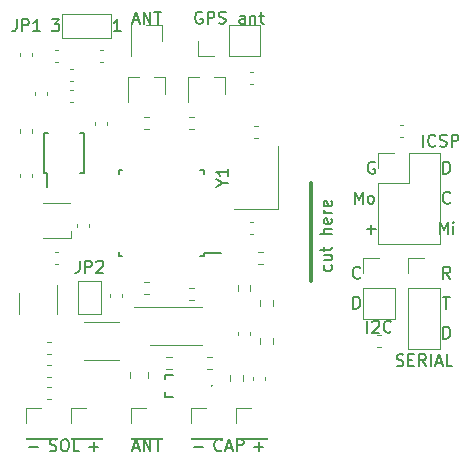
<source format=gbr>
%TF.GenerationSoftware,KiCad,Pcbnew,(5.1.9)-1*%
%TF.CreationDate,2021-06-03T20:59:13+02:00*%
%TF.ProjectId,HABakuk_v1.0,48414261-6b75-46b5-9f76-312e302e6b69,1.0*%
%TF.SameCoordinates,Original*%
%TF.FileFunction,Legend,Top*%
%TF.FilePolarity,Positive*%
%FSLAX46Y46*%
G04 Gerber Fmt 4.6, Leading zero omitted, Abs format (unit mm)*
G04 Created by KiCad (PCBNEW (5.1.9)-1) date 2021-06-03 20:59:13*
%MOMM*%
%LPD*%
G01*
G04 APERTURE LIST*
%ADD10C,0.150000*%
%ADD11C,0.350000*%
%ADD12C,0.120000*%
%ADD13C,0.200000*%
G04 APERTURE END LIST*
D10*
X140104761Y-106005000D02*
X140152380Y-106100238D01*
X140152380Y-106290714D01*
X140104761Y-106385952D01*
X140057142Y-106433571D01*
X139961904Y-106481190D01*
X139676190Y-106481190D01*
X139580952Y-106433571D01*
X139533333Y-106385952D01*
X139485714Y-106290714D01*
X139485714Y-106100238D01*
X139533333Y-106005000D01*
X139485714Y-105147857D02*
X140152380Y-105147857D01*
X139485714Y-105576428D02*
X140009523Y-105576428D01*
X140104761Y-105528809D01*
X140152380Y-105433571D01*
X140152380Y-105290714D01*
X140104761Y-105195476D01*
X140057142Y-105147857D01*
X139485714Y-104814523D02*
X139485714Y-104433571D01*
X139152380Y-104671666D02*
X140009523Y-104671666D01*
X140104761Y-104624047D01*
X140152380Y-104528809D01*
X140152380Y-104433571D01*
X140152380Y-103338333D02*
X139152380Y-103338333D01*
X140152380Y-102909761D02*
X139628571Y-102909761D01*
X139533333Y-102957380D01*
X139485714Y-103052619D01*
X139485714Y-103195476D01*
X139533333Y-103290714D01*
X139580952Y-103338333D01*
X140104761Y-102052619D02*
X140152380Y-102147857D01*
X140152380Y-102338333D01*
X140104761Y-102433571D01*
X140009523Y-102481190D01*
X139628571Y-102481190D01*
X139533333Y-102433571D01*
X139485714Y-102338333D01*
X139485714Y-102147857D01*
X139533333Y-102052619D01*
X139628571Y-102005000D01*
X139723809Y-102005000D01*
X139819047Y-102481190D01*
X140152380Y-101576428D02*
X139485714Y-101576428D01*
X139676190Y-101576428D02*
X139580952Y-101528809D01*
X139533333Y-101481190D01*
X139485714Y-101385952D01*
X139485714Y-101290714D01*
X140104761Y-100576428D02*
X140152380Y-100671666D01*
X140152380Y-100862142D01*
X140104761Y-100957380D01*
X140009523Y-101005000D01*
X139628571Y-101005000D01*
X139533333Y-100957380D01*
X139485714Y-100862142D01*
X139485714Y-100671666D01*
X139533333Y-100576428D01*
X139628571Y-100528809D01*
X139723809Y-100528809D01*
X139819047Y-101005000D01*
D11*
X138430000Y-99060000D02*
X138430000Y-107315000D01*
D10*
X143771904Y-97290000D02*
X143676666Y-97242380D01*
X143533809Y-97242380D01*
X143390952Y-97290000D01*
X143295714Y-97385238D01*
X143248095Y-97480476D01*
X143200476Y-97670952D01*
X143200476Y-97813809D01*
X143248095Y-98004285D01*
X143295714Y-98099523D01*
X143390952Y-98194761D01*
X143533809Y-98242380D01*
X143629047Y-98242380D01*
X143771904Y-98194761D01*
X143819523Y-98147142D01*
X143819523Y-97813809D01*
X143629047Y-97813809D01*
X142089285Y-100782380D02*
X142089285Y-99782380D01*
X142422619Y-100496666D01*
X142755952Y-99782380D01*
X142755952Y-100782380D01*
X143375000Y-100782380D02*
X143279761Y-100734761D01*
X143232142Y-100687142D01*
X143184523Y-100591904D01*
X143184523Y-100306190D01*
X143232142Y-100210952D01*
X143279761Y-100163333D01*
X143375000Y-100115714D01*
X143517857Y-100115714D01*
X143613095Y-100163333D01*
X143660714Y-100210952D01*
X143708333Y-100306190D01*
X143708333Y-100591904D01*
X143660714Y-100687142D01*
X143613095Y-100734761D01*
X143517857Y-100782380D01*
X143375000Y-100782380D01*
X143129047Y-102941428D02*
X143890952Y-102941428D01*
X143510000Y-103322380D02*
X143510000Y-102560476D01*
X149288571Y-103322380D02*
X149288571Y-102322380D01*
X149621904Y-103036666D01*
X149955238Y-102322380D01*
X149955238Y-103322380D01*
X150431428Y-103322380D02*
X150431428Y-102655714D01*
X150431428Y-102322380D02*
X150383809Y-102370000D01*
X150431428Y-102417619D01*
X150479047Y-102370000D01*
X150431428Y-102322380D01*
X150431428Y-102417619D01*
X150169523Y-100687142D02*
X150121904Y-100734761D01*
X149979047Y-100782380D01*
X149883809Y-100782380D01*
X149740952Y-100734761D01*
X149645714Y-100639523D01*
X149598095Y-100544285D01*
X149550476Y-100353809D01*
X149550476Y-100210952D01*
X149598095Y-100020476D01*
X149645714Y-99925238D01*
X149740952Y-99830000D01*
X149883809Y-99782380D01*
X149979047Y-99782380D01*
X150121904Y-99830000D01*
X150169523Y-99877619D01*
X149598095Y-98242380D02*
X149598095Y-97242380D01*
X149836190Y-97242380D01*
X149979047Y-97290000D01*
X150074285Y-97385238D01*
X150121904Y-97480476D01*
X150169523Y-97670952D01*
X150169523Y-97813809D01*
X150121904Y-98004285D01*
X150074285Y-98099523D01*
X149979047Y-98194761D01*
X149836190Y-98242380D01*
X149598095Y-98242380D01*
X141978095Y-109672380D02*
X141978095Y-108672380D01*
X142216190Y-108672380D01*
X142359047Y-108720000D01*
X142454285Y-108815238D01*
X142501904Y-108910476D01*
X142549523Y-109100952D01*
X142549523Y-109243809D01*
X142501904Y-109434285D01*
X142454285Y-109529523D01*
X142359047Y-109624761D01*
X142216190Y-109672380D01*
X141978095Y-109672380D01*
X142549523Y-107037142D02*
X142501904Y-107084761D01*
X142359047Y-107132380D01*
X142263809Y-107132380D01*
X142120952Y-107084761D01*
X142025714Y-106989523D01*
X141978095Y-106894285D01*
X141930476Y-106703809D01*
X141930476Y-106560952D01*
X141978095Y-106370476D01*
X142025714Y-106275238D01*
X142120952Y-106180000D01*
X142263809Y-106132380D01*
X142359047Y-106132380D01*
X142501904Y-106180000D01*
X142549523Y-106227619D01*
X149598095Y-112212380D02*
X149598095Y-111212380D01*
X149836190Y-111212380D01*
X149979047Y-111260000D01*
X150074285Y-111355238D01*
X150121904Y-111450476D01*
X150169523Y-111640952D01*
X150169523Y-111783809D01*
X150121904Y-111974285D01*
X150074285Y-112069523D01*
X149979047Y-112164761D01*
X149836190Y-112212380D01*
X149598095Y-112212380D01*
X149574285Y-108672380D02*
X150145714Y-108672380D01*
X149860000Y-109672380D02*
X149860000Y-108672380D01*
X150169523Y-107132380D02*
X149836190Y-106656190D01*
X149598095Y-107132380D02*
X149598095Y-106132380D01*
X149979047Y-106132380D01*
X150074285Y-106180000D01*
X150121904Y-106227619D01*
X150169523Y-106322857D01*
X150169523Y-106465714D01*
X150121904Y-106560952D01*
X150074285Y-106608571D01*
X149979047Y-106656190D01*
X149598095Y-106656190D01*
X129159285Y-84590000D02*
X129064047Y-84542380D01*
X128921190Y-84542380D01*
X128778333Y-84590000D01*
X128683095Y-84685238D01*
X128635476Y-84780476D01*
X128587857Y-84970952D01*
X128587857Y-85113809D01*
X128635476Y-85304285D01*
X128683095Y-85399523D01*
X128778333Y-85494761D01*
X128921190Y-85542380D01*
X129016428Y-85542380D01*
X129159285Y-85494761D01*
X129206904Y-85447142D01*
X129206904Y-85113809D01*
X129016428Y-85113809D01*
X129635476Y-85542380D02*
X129635476Y-84542380D01*
X130016428Y-84542380D01*
X130111666Y-84590000D01*
X130159285Y-84637619D01*
X130206904Y-84732857D01*
X130206904Y-84875714D01*
X130159285Y-84970952D01*
X130111666Y-85018571D01*
X130016428Y-85066190D01*
X129635476Y-85066190D01*
X130587857Y-85494761D02*
X130730714Y-85542380D01*
X130968809Y-85542380D01*
X131064047Y-85494761D01*
X131111666Y-85447142D01*
X131159285Y-85351904D01*
X131159285Y-85256666D01*
X131111666Y-85161428D01*
X131064047Y-85113809D01*
X130968809Y-85066190D01*
X130778333Y-85018571D01*
X130683095Y-84970952D01*
X130635476Y-84923333D01*
X130587857Y-84828095D01*
X130587857Y-84732857D01*
X130635476Y-84637619D01*
X130683095Y-84590000D01*
X130778333Y-84542380D01*
X131016428Y-84542380D01*
X131159285Y-84590000D01*
X132778333Y-85542380D02*
X132778333Y-85018571D01*
X132730714Y-84923333D01*
X132635476Y-84875714D01*
X132445000Y-84875714D01*
X132349761Y-84923333D01*
X132778333Y-85494761D02*
X132683095Y-85542380D01*
X132445000Y-85542380D01*
X132349761Y-85494761D01*
X132302142Y-85399523D01*
X132302142Y-85304285D01*
X132349761Y-85209047D01*
X132445000Y-85161428D01*
X132683095Y-85161428D01*
X132778333Y-85113809D01*
X133254523Y-84875714D02*
X133254523Y-85542380D01*
X133254523Y-84970952D02*
X133302142Y-84923333D01*
X133397380Y-84875714D01*
X133540238Y-84875714D01*
X133635476Y-84923333D01*
X133683095Y-85018571D01*
X133683095Y-85542380D01*
X134016428Y-84875714D02*
X134397380Y-84875714D01*
X134159285Y-84542380D02*
X134159285Y-85399523D01*
X134206904Y-85494761D01*
X134302142Y-85542380D01*
X134397380Y-85542380D01*
X123317142Y-85256666D02*
X123793333Y-85256666D01*
X123221904Y-85542380D02*
X123555238Y-84542380D01*
X123888571Y-85542380D01*
X124221904Y-85542380D02*
X124221904Y-84542380D01*
X124793333Y-85542380D01*
X124793333Y-84542380D01*
X125126666Y-84542380D02*
X125698095Y-84542380D01*
X125412380Y-85542380D02*
X125412380Y-84542380D01*
X133604047Y-121356428D02*
X134365952Y-121356428D01*
X133985000Y-121737380D02*
X133985000Y-120975476D01*
X128524047Y-121356428D02*
X129285952Y-121356428D01*
X130825952Y-121642142D02*
X130778333Y-121689761D01*
X130635476Y-121737380D01*
X130540238Y-121737380D01*
X130397380Y-121689761D01*
X130302142Y-121594523D01*
X130254523Y-121499285D01*
X130206904Y-121308809D01*
X130206904Y-121165952D01*
X130254523Y-120975476D01*
X130302142Y-120880238D01*
X130397380Y-120785000D01*
X130540238Y-120737380D01*
X130635476Y-120737380D01*
X130778333Y-120785000D01*
X130825952Y-120832619D01*
X131206904Y-121451666D02*
X131683095Y-121451666D01*
X131111666Y-121737380D02*
X131445000Y-120737380D01*
X131778333Y-121737380D01*
X132111666Y-121737380D02*
X132111666Y-120737380D01*
X132492619Y-120737380D01*
X132587857Y-120785000D01*
X132635476Y-120832619D01*
X132683095Y-120927857D01*
X132683095Y-121070714D01*
X132635476Y-121165952D01*
X132587857Y-121213571D01*
X132492619Y-121261190D01*
X132111666Y-121261190D01*
X123317142Y-121451666D02*
X123793333Y-121451666D01*
X123221904Y-121737380D02*
X123555238Y-120737380D01*
X123888571Y-121737380D01*
X124221904Y-121737380D02*
X124221904Y-120737380D01*
X124793333Y-121737380D01*
X124793333Y-120737380D01*
X125126666Y-120737380D02*
X125698095Y-120737380D01*
X125412380Y-121737380D02*
X125412380Y-120737380D01*
X119634047Y-121356428D02*
X120395952Y-121356428D01*
X120015000Y-121737380D02*
X120015000Y-120975476D01*
X114554047Y-121356428D02*
X115315952Y-121356428D01*
X116260714Y-121689761D02*
X116403571Y-121737380D01*
X116641666Y-121737380D01*
X116736904Y-121689761D01*
X116784523Y-121642142D01*
X116832142Y-121546904D01*
X116832142Y-121451666D01*
X116784523Y-121356428D01*
X116736904Y-121308809D01*
X116641666Y-121261190D01*
X116451190Y-121213571D01*
X116355952Y-121165952D01*
X116308333Y-121118333D01*
X116260714Y-121023095D01*
X116260714Y-120927857D01*
X116308333Y-120832619D01*
X116355952Y-120785000D01*
X116451190Y-120737380D01*
X116689285Y-120737380D01*
X116832142Y-120785000D01*
X117451190Y-120737380D02*
X117641666Y-120737380D01*
X117736904Y-120785000D01*
X117832142Y-120880238D01*
X117879761Y-121070714D01*
X117879761Y-121404047D01*
X117832142Y-121594523D01*
X117736904Y-121689761D01*
X117641666Y-121737380D01*
X117451190Y-121737380D01*
X117355952Y-121689761D01*
X117260714Y-121594523D01*
X117213095Y-121404047D01*
X117213095Y-121070714D01*
X117260714Y-120880238D01*
X117355952Y-120785000D01*
X117451190Y-120737380D01*
X118784523Y-121737380D02*
X118308333Y-121737380D01*
X118308333Y-120737380D01*
D12*
%TO.C,Y1*%
X135581000Y-101202000D02*
X135581000Y-95902000D01*
X131881000Y-101202000D02*
X135581000Y-101202000D01*
D13*
%TO.C,D1*%
X129994000Y-116202000D02*
G75*
G03*
X129994000Y-116202000I-37000J0D01*
G01*
X126033000Y-117155000D02*
X126709000Y-117155000D01*
X126033000Y-117155000D02*
X126033000Y-116753000D01*
X126033000Y-115255000D02*
X126033000Y-115657000D01*
X126033000Y-115255000D02*
X126709000Y-115255000D01*
D12*
%TO.C,J10*%
X128210000Y-120710000D02*
X130870000Y-120710000D01*
X128210000Y-120650000D02*
X128210000Y-120710000D01*
X130870000Y-120650000D02*
X130870000Y-120710000D01*
X128210000Y-120650000D02*
X130870000Y-120650000D01*
X128210000Y-119380000D02*
X128210000Y-118050000D01*
X128210000Y-118050000D02*
X129540000Y-118050000D01*
%TO.C,J9*%
X132020000Y-120710000D02*
X134680000Y-120710000D01*
X132020000Y-120650000D02*
X132020000Y-120710000D01*
X134680000Y-120650000D02*
X134680000Y-120710000D01*
X132020000Y-120650000D02*
X134680000Y-120650000D01*
X132020000Y-119380000D02*
X132020000Y-118050000D01*
X132020000Y-118050000D02*
X133350000Y-118050000D01*
%TO.C,J8*%
X114240000Y-120710000D02*
X116900000Y-120710000D01*
X114240000Y-120650000D02*
X114240000Y-120710000D01*
X116900000Y-120650000D02*
X116900000Y-120710000D01*
X114240000Y-120650000D02*
X116900000Y-120650000D01*
X114240000Y-119380000D02*
X114240000Y-118050000D01*
X114240000Y-118050000D02*
X115570000Y-118050000D01*
%TO.C,J7*%
X118050000Y-120710000D02*
X120710000Y-120710000D01*
X118050000Y-120650000D02*
X118050000Y-120710000D01*
X120710000Y-120650000D02*
X120710000Y-120710000D01*
X118050000Y-120650000D02*
X120710000Y-120650000D01*
X118050000Y-119380000D02*
X118050000Y-118050000D01*
X118050000Y-118050000D02*
X119380000Y-118050000D01*
%TO.C,J6*%
X123130000Y-120710000D02*
X125790000Y-120710000D01*
X123130000Y-120650000D02*
X123130000Y-120710000D01*
X125790000Y-120650000D02*
X125790000Y-120710000D01*
X123130000Y-120650000D02*
X125790000Y-120650000D01*
X123130000Y-119380000D02*
X123130000Y-118050000D01*
X123130000Y-118050000D02*
X124460000Y-118050000D01*
%TO.C,J5*%
X123130000Y-85665000D02*
X123130000Y-88325000D01*
X123190000Y-85665000D02*
X123130000Y-85665000D01*
X123190000Y-88325000D02*
X123130000Y-88325000D01*
X123190000Y-85665000D02*
X123190000Y-88325000D01*
X124460000Y-85665000D02*
X125790000Y-85665000D01*
X125790000Y-85665000D02*
X125790000Y-86995000D01*
%TO.C,J4*%
X134045000Y-88325000D02*
X134045000Y-85665000D01*
X131445000Y-88325000D02*
X134045000Y-88325000D01*
X131445000Y-85665000D02*
X134045000Y-85665000D01*
X131445000Y-88325000D02*
X131445000Y-85665000D01*
X130175000Y-88325000D02*
X128845000Y-88325000D01*
X128845000Y-88325000D02*
X128845000Y-86995000D01*
%TO.C,J3*%
X146625000Y-113090000D02*
X149285000Y-113090000D01*
X146625000Y-107950000D02*
X146625000Y-113090000D01*
X149285000Y-107950000D02*
X149285000Y-113090000D01*
X146625000Y-107950000D02*
X149285000Y-107950000D01*
X146625000Y-106680000D02*
X146625000Y-105350000D01*
X146625000Y-105350000D02*
X147955000Y-105350000D01*
%TO.C,J2*%
X142815000Y-110550000D02*
X145475000Y-110550000D01*
X142815000Y-107950000D02*
X142815000Y-110550000D01*
X145475000Y-107950000D02*
X145475000Y-110550000D01*
X142815000Y-107950000D02*
X145475000Y-107950000D01*
X142815000Y-106680000D02*
X142815000Y-105350000D01*
X142815000Y-105350000D02*
X144145000Y-105350000D01*
%TO.C,JP2*%
X118634000Y-110112000D02*
X118634000Y-107312000D01*
X118634000Y-107312000D02*
X120634000Y-107312000D01*
X120634000Y-107312000D02*
X120634000Y-110112000D01*
X120634000Y-110112000D02*
X118634000Y-110112000D01*
%TO.C,U6*%
X113706000Y-108320000D02*
X113706000Y-110120000D01*
X116926000Y-110120000D02*
X116926000Y-107670000D01*
%TO.C,U5*%
X115690000Y-103735000D02*
X118090000Y-103735000D01*
X118090000Y-103735000D02*
X118090000Y-103135000D01*
X117990000Y-100735000D02*
X115690000Y-100735000D01*
D10*
%TO.C,U3*%
X115800000Y-98195000D02*
X116025000Y-98195000D01*
X115800000Y-94845000D02*
X116100000Y-94845000D01*
X119150000Y-94845000D02*
X118850000Y-94845000D01*
X119150000Y-98195000D02*
X118850000Y-98195000D01*
X115800000Y-98195000D02*
X115800000Y-94845000D01*
X119150000Y-98195000D02*
X119150000Y-94845000D01*
X116025000Y-98195000D02*
X116025000Y-99420000D01*
%TO.C,U2*%
X129355000Y-105225000D02*
X129355000Y-105000000D01*
X122105000Y-105225000D02*
X122105000Y-104900000D01*
X122105000Y-97975000D02*
X122105000Y-98300000D01*
X129355000Y-97975000D02*
X129355000Y-98300000D01*
X129355000Y-105225000D02*
X129030000Y-105225000D01*
X129355000Y-97975000D02*
X129030000Y-97975000D01*
X122105000Y-97975000D02*
X122430000Y-97975000D01*
X122105000Y-105225000D02*
X122430000Y-105225000D01*
X129355000Y-105000000D02*
X130780000Y-105000000D01*
D12*
%TO.C,U1*%
X127000000Y-112735000D02*
X129200000Y-112735000D01*
X127000000Y-112735000D02*
X124800000Y-112735000D01*
X127000000Y-109515000D02*
X129200000Y-109515000D01*
X127000000Y-109515000D02*
X123400000Y-109515000D01*
%TO.C,R11*%
X128507258Y-94502500D02*
X128032742Y-94502500D01*
X128507258Y-93457500D02*
X128032742Y-93457500D01*
%TO.C,R10*%
X124222742Y-107427500D02*
X124697258Y-107427500D01*
X124222742Y-108472500D02*
X124697258Y-108472500D01*
%TO.C,R9*%
X128507258Y-108980500D02*
X128032742Y-108980500D01*
X128507258Y-107935500D02*
X128032742Y-107935500D01*
%TO.C,R8*%
X134349258Y-105932500D02*
X133874742Y-105932500D01*
X134349258Y-104887500D02*
X133874742Y-104887500D01*
%TO.C,R7*%
X124222742Y-93457500D02*
X124697258Y-93457500D01*
X124222742Y-94502500D02*
X124697258Y-94502500D01*
%TO.C,R6*%
X132602500Y-115332742D02*
X132602500Y-115807258D01*
X131557500Y-115332742D02*
X131557500Y-115807258D01*
%TO.C,R5*%
X129556742Y-113777500D02*
X130031258Y-113777500D01*
X129556742Y-114822500D02*
X130031258Y-114822500D01*
%TO.C,R4*%
X126602258Y-114822500D02*
X126127742Y-114822500D01*
X126602258Y-113777500D02*
X126127742Y-113777500D01*
%TO.C,R3*%
X135142500Y-112157742D02*
X135142500Y-112632258D01*
X134097500Y-112157742D02*
X134097500Y-112632258D01*
%TO.C,R2*%
X135142500Y-108982742D02*
X135142500Y-109457258D01*
X134097500Y-108982742D02*
X134097500Y-109457258D01*
%TO.C,R1*%
X133237500Y-107712742D02*
X133237500Y-108187258D01*
X132192500Y-107712742D02*
X132192500Y-108187258D01*
%TO.C,Q2*%
X131120000Y-90045000D02*
X130190000Y-90045000D01*
X127960000Y-90045000D02*
X128890000Y-90045000D01*
X127960000Y-90045000D02*
X127960000Y-92205000D01*
X131120000Y-90045000D02*
X131120000Y-91505000D01*
%TO.C,Q1*%
X126040000Y-90045000D02*
X125110000Y-90045000D01*
X122880000Y-90045000D02*
X123810000Y-90045000D01*
X122880000Y-90045000D02*
X122880000Y-92205000D01*
X126040000Y-90045000D02*
X126040000Y-91505000D01*
%TO.C,L4*%
X120487221Y-87755000D02*
X120812779Y-87755000D01*
X120487221Y-88775000D02*
X120812779Y-88775000D01*
%TO.C,L3*%
X114810000Y-94452221D02*
X114810000Y-94777779D01*
X113790000Y-94452221D02*
X113790000Y-94777779D01*
%TO.C,L2*%
X118272779Y-92204000D02*
X117947221Y-92204000D01*
X118272779Y-91184000D02*
X117947221Y-91184000D01*
%TO.C,L1*%
X119150000Y-110795000D02*
X122150000Y-110795000D01*
X119150000Y-113995000D02*
X122150000Y-113995000D01*
%TO.C,JP1*%
X121430000Y-84725000D02*
X121430000Y-86725000D01*
X117330000Y-84725000D02*
X121430000Y-84725000D01*
X117330000Y-86725000D02*
X117330000Y-84725000D01*
X121430000Y-86725000D02*
X117330000Y-86725000D01*
%TO.C,J1*%
X144085000Y-104200000D02*
X149285000Y-104200000D01*
X144085000Y-99060000D02*
X144085000Y-104200000D01*
X149285000Y-96460000D02*
X149285000Y-104200000D01*
X144085000Y-99060000D02*
X146685000Y-99060000D01*
X146685000Y-99060000D02*
X146685000Y-96460000D01*
X146685000Y-96460000D02*
X149285000Y-96460000D01*
X144085000Y-97790000D02*
X144085000Y-96460000D01*
X144085000Y-96460000D02*
X145415000Y-96460000D01*
%TO.C,C21*%
X145909420Y-94105000D02*
X146190580Y-94105000D01*
X145909420Y-95125000D02*
X146190580Y-95125000D01*
%TO.C,C20*%
X116980580Y-88775000D02*
X116699420Y-88775000D01*
X116980580Y-87755000D02*
X116699420Y-87755000D01*
%TO.C,C19*%
X118250580Y-90426000D02*
X117969420Y-90426000D01*
X118250580Y-89406000D02*
X117969420Y-89406000D01*
%TO.C,C18*%
X113790000Y-88278580D02*
X113790000Y-87997420D01*
X114810000Y-88278580D02*
X114810000Y-87997420D01*
%TO.C,C17*%
X116080000Y-91299420D02*
X116080000Y-91580580D01*
X115060000Y-91299420D02*
X115060000Y-91580580D01*
%TO.C,C16*%
X114810000Y-98284420D02*
X114810000Y-98565580D01*
X113790000Y-98284420D02*
X113790000Y-98565580D01*
%TO.C,C15*%
X144004420Y-111885000D02*
X144285580Y-111885000D01*
X144004420Y-112905000D02*
X144285580Y-112905000D01*
%TO.C,C14*%
X133209420Y-89660000D02*
X133490580Y-89660000D01*
X133209420Y-90680000D02*
X133490580Y-90680000D01*
%TO.C,C12*%
X133590420Y-94232000D02*
X133871580Y-94232000D01*
X133590420Y-95252000D02*
X133871580Y-95252000D01*
%TO.C,C11*%
X133490580Y-103380000D02*
X133209420Y-103380000D01*
X133490580Y-102360000D02*
X133209420Y-102360000D01*
%TO.C,C10*%
X119636000Y-102475420D02*
X119636000Y-102756580D01*
X118616000Y-102475420D02*
X118616000Y-102756580D01*
%TO.C,C9*%
X121160000Y-93839420D02*
X121160000Y-94120580D01*
X120140000Y-93839420D02*
X120140000Y-94120580D01*
%TO.C,C8*%
X116699420Y-104900000D02*
X116980580Y-104900000D01*
X116699420Y-105920000D02*
X116980580Y-105920000D01*
%TO.C,C7*%
X124560000Y-115054748D02*
X124560000Y-115577252D01*
X123090000Y-115054748D02*
X123090000Y-115577252D01*
%TO.C,C6*%
X134495000Y-115429420D02*
X134495000Y-115710580D01*
X133475000Y-115429420D02*
X133475000Y-115710580D01*
%TO.C,C5*%
X133225000Y-111619420D02*
X133225000Y-111900580D01*
X132205000Y-111619420D02*
X132205000Y-111900580D01*
%TO.C,C4*%
X122430000Y-108444420D02*
X122430000Y-108725580D01*
X121410000Y-108444420D02*
X121410000Y-108725580D01*
%TO.C,C3*%
X116345580Y-117350000D02*
X116064420Y-117350000D01*
X116345580Y-116330000D02*
X116064420Y-116330000D01*
%TO.C,C2*%
X116345580Y-113540000D02*
X116064420Y-113540000D01*
X116345580Y-112520000D02*
X116064420Y-112520000D01*
%TO.C,C1*%
X116345580Y-115445000D02*
X116064420Y-115445000D01*
X116345580Y-114425000D02*
X116064420Y-114425000D01*
%TO.C,Y1*%
D10*
X130907190Y-99028190D02*
X131383380Y-99028190D01*
X130383380Y-99361523D02*
X130907190Y-99028190D01*
X130383380Y-98694857D01*
X131383380Y-97837714D02*
X131383380Y-98409142D01*
X131383380Y-98123428D02*
X130383380Y-98123428D01*
X130526238Y-98218666D01*
X130621476Y-98313904D01*
X130669095Y-98409142D01*
%TO.C,J3*%
X145645476Y-114494761D02*
X145788333Y-114542380D01*
X146026428Y-114542380D01*
X146121666Y-114494761D01*
X146169285Y-114447142D01*
X146216904Y-114351904D01*
X146216904Y-114256666D01*
X146169285Y-114161428D01*
X146121666Y-114113809D01*
X146026428Y-114066190D01*
X145835952Y-114018571D01*
X145740714Y-113970952D01*
X145693095Y-113923333D01*
X145645476Y-113828095D01*
X145645476Y-113732857D01*
X145693095Y-113637619D01*
X145740714Y-113590000D01*
X145835952Y-113542380D01*
X146074047Y-113542380D01*
X146216904Y-113590000D01*
X146645476Y-114018571D02*
X146978809Y-114018571D01*
X147121666Y-114542380D02*
X146645476Y-114542380D01*
X146645476Y-113542380D01*
X147121666Y-113542380D01*
X148121666Y-114542380D02*
X147788333Y-114066190D01*
X147550238Y-114542380D02*
X147550238Y-113542380D01*
X147931190Y-113542380D01*
X148026428Y-113590000D01*
X148074047Y-113637619D01*
X148121666Y-113732857D01*
X148121666Y-113875714D01*
X148074047Y-113970952D01*
X148026428Y-114018571D01*
X147931190Y-114066190D01*
X147550238Y-114066190D01*
X148550238Y-114542380D02*
X148550238Y-113542380D01*
X148978809Y-114256666D02*
X149455000Y-114256666D01*
X148883571Y-114542380D02*
X149216904Y-113542380D01*
X149550238Y-114542380D01*
X150359761Y-114542380D02*
X149883571Y-114542380D01*
X149883571Y-113542380D01*
%TO.C,J2*%
X143168809Y-111704380D02*
X143168809Y-110704380D01*
X143597380Y-110799619D02*
X143645000Y-110752000D01*
X143740238Y-110704380D01*
X143978333Y-110704380D01*
X144073571Y-110752000D01*
X144121190Y-110799619D01*
X144168809Y-110894857D01*
X144168809Y-110990095D01*
X144121190Y-111132952D01*
X143549761Y-111704380D01*
X144168809Y-111704380D01*
X145168809Y-111609142D02*
X145121190Y-111656761D01*
X144978333Y-111704380D01*
X144883095Y-111704380D01*
X144740238Y-111656761D01*
X144645000Y-111561523D01*
X144597380Y-111466285D01*
X144549761Y-111275809D01*
X144549761Y-111132952D01*
X144597380Y-110942476D01*
X144645000Y-110847238D01*
X144740238Y-110752000D01*
X144883095Y-110704380D01*
X144978333Y-110704380D01*
X145121190Y-110752000D01*
X145168809Y-110799619D01*
%TO.C,JP2*%
X118800666Y-105624380D02*
X118800666Y-106338666D01*
X118753047Y-106481523D01*
X118657809Y-106576761D01*
X118514952Y-106624380D01*
X118419714Y-106624380D01*
X119276857Y-106624380D02*
X119276857Y-105624380D01*
X119657809Y-105624380D01*
X119753047Y-105672000D01*
X119800666Y-105719619D01*
X119848285Y-105814857D01*
X119848285Y-105957714D01*
X119800666Y-106052952D01*
X119753047Y-106100571D01*
X119657809Y-106148190D01*
X119276857Y-106148190D01*
X120229238Y-105719619D02*
X120276857Y-105672000D01*
X120372095Y-105624380D01*
X120610190Y-105624380D01*
X120705428Y-105672000D01*
X120753047Y-105719619D01*
X120800666Y-105814857D01*
X120800666Y-105910095D01*
X120753047Y-106052952D01*
X120181619Y-106624380D01*
X120800666Y-106624380D01*
%TO.C,JP1*%
X113466666Y-85177380D02*
X113466666Y-85891666D01*
X113419047Y-86034523D01*
X113323809Y-86129761D01*
X113180952Y-86177380D01*
X113085714Y-86177380D01*
X113942857Y-86177380D02*
X113942857Y-85177380D01*
X114323809Y-85177380D01*
X114419047Y-85225000D01*
X114466666Y-85272619D01*
X114514285Y-85367857D01*
X114514285Y-85510714D01*
X114466666Y-85605952D01*
X114419047Y-85653571D01*
X114323809Y-85701190D01*
X113942857Y-85701190D01*
X115466666Y-86177380D02*
X114895238Y-86177380D01*
X115180952Y-86177380D02*
X115180952Y-85177380D01*
X115085714Y-85320238D01*
X114990476Y-85415476D01*
X114895238Y-85463095D01*
X122265714Y-86177380D02*
X121694285Y-86177380D01*
X121980000Y-86177380D02*
X121980000Y-85177380D01*
X121884761Y-85320238D01*
X121789523Y-85415476D01*
X121694285Y-85463095D01*
X116446666Y-85177380D02*
X117065714Y-85177380D01*
X116732380Y-85558333D01*
X116875238Y-85558333D01*
X116970476Y-85605952D01*
X117018095Y-85653571D01*
X117065714Y-85748809D01*
X117065714Y-85986904D01*
X117018095Y-86082142D01*
X116970476Y-86129761D01*
X116875238Y-86177380D01*
X116589523Y-86177380D01*
X116494285Y-86129761D01*
X116446666Y-86082142D01*
%TO.C,J1*%
X147875809Y-95956380D02*
X147875809Y-94956380D01*
X148923428Y-95861142D02*
X148875809Y-95908761D01*
X148732952Y-95956380D01*
X148637714Y-95956380D01*
X148494857Y-95908761D01*
X148399619Y-95813523D01*
X148352000Y-95718285D01*
X148304380Y-95527809D01*
X148304380Y-95384952D01*
X148352000Y-95194476D01*
X148399619Y-95099238D01*
X148494857Y-95004000D01*
X148637714Y-94956380D01*
X148732952Y-94956380D01*
X148875809Y-95004000D01*
X148923428Y-95051619D01*
X149304380Y-95908761D02*
X149447238Y-95956380D01*
X149685333Y-95956380D01*
X149780571Y-95908761D01*
X149828190Y-95861142D01*
X149875809Y-95765904D01*
X149875809Y-95670666D01*
X149828190Y-95575428D01*
X149780571Y-95527809D01*
X149685333Y-95480190D01*
X149494857Y-95432571D01*
X149399619Y-95384952D01*
X149352000Y-95337333D01*
X149304380Y-95242095D01*
X149304380Y-95146857D01*
X149352000Y-95051619D01*
X149399619Y-95004000D01*
X149494857Y-94956380D01*
X149732952Y-94956380D01*
X149875809Y-95004000D01*
X150304380Y-95956380D02*
X150304380Y-94956380D01*
X150685333Y-94956380D01*
X150780571Y-95004000D01*
X150828190Y-95051619D01*
X150875809Y-95146857D01*
X150875809Y-95289714D01*
X150828190Y-95384952D01*
X150780571Y-95432571D01*
X150685333Y-95480190D01*
X150304380Y-95480190D01*
%TD*%
M02*

</source>
